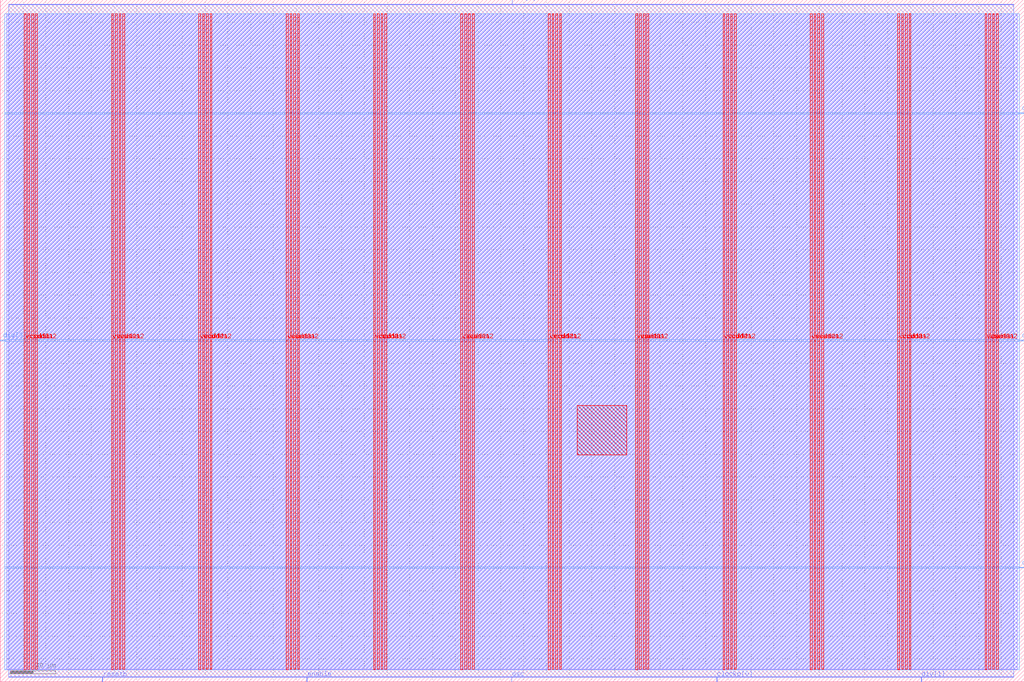
<source format=lef>
VERSION 5.7 ;
  NOWIREEXTENSIONATPIN ON ;
  DIVIDERCHAR "/" ;
  BUSBITCHARS "[]" ;
MACRO dpll
  CLASS BLOCK ;
  FOREIGN dpll ;
  ORIGIN 0.000 0.000 ;
  SIZE 900.000 BY 600.000 ;
  PIN clockp[0]
    DIRECTION OUTPUT TRISTATE ;
    USE SIGNAL ;
    PORT
      LAYER met2 ;
        RECT 629.830 0.000 630.110 4.000 ;
    END
  END clockp[0]
  PIN clockp[1]
    DIRECTION OUTPUT TRISTATE ;
    USE SIGNAL ;
    PORT
      LAYER met3 ;
        RECT 896.000 299.920 900.000 300.520 ;
    END
  END clockp[1]
  PIN div[0]
    DIRECTION INPUT ;
    USE SIGNAL ;
    PORT
      LAYER met3 ;
        RECT 896.000 100.000 900.000 100.600 ;
    END
  END div[0]
  PIN div[1]
    DIRECTION INPUT ;
    USE SIGNAL ;
    PORT
      LAYER met2 ;
        RECT 809.690 0.000 809.970 4.000 ;
    END
  END div[1]
  PIN div[2]
    DIRECTION INPUT ;
    USE SIGNAL ;
    PORT
      LAYER met3 ;
        RECT 896.000 499.840 900.000 500.440 ;
    END
  END div[2]
  PIN div[3]
    DIRECTION INPUT ;
    USE SIGNAL ;
    PORT
      LAYER met3 ;
        RECT 0.000 299.920 4.000 300.520 ;
    END
  END div[3]
  PIN div[4]
    DIRECTION INPUT ;
    USE SIGNAL ;
    PORT
      LAYER met2 ;
        RECT 449.970 596.000 450.250 600.000 ;
    END
  END div[4]
  PIN enable
    DIRECTION INPUT ;
    USE SIGNAL ;
    PORT
      LAYER met2 ;
        RECT 269.650 0.000 269.930 4.000 ;
    END
  END enable
  PIN osc
    DIRECTION INPUT ;
    USE SIGNAL ;
    PORT
      LAYER met2 ;
        RECT 449.510 0.000 449.790 4.000 ;
    END
  END osc
  PIN resetb
    DIRECTION INPUT ;
    USE SIGNAL ;
    PORT
      LAYER met2 ;
        RECT 89.790 0.000 90.070 4.000 ;
    END
  END resetb
  PIN vccd1
    DIRECTION INOUT ;
    USE POWER ;
    PORT
      LAYER met4 ;
        RECT 789.040 10.640 790.640 587.760 ;
    END
  END vccd1
  PIN vccd1
    DIRECTION INOUT ;
    USE POWER ;
    PORT
      LAYER met4 ;
        RECT 635.440 10.640 637.040 587.760 ;
    END
  END vccd1
  PIN vccd1
    DIRECTION INOUT ;
    USE POWER ;
    PORT
      LAYER met4 ;
        RECT 481.840 10.640 483.440 587.760 ;
    END
  END vccd1
  PIN vccd1
    DIRECTION INOUT ;
    USE POWER ;
    PORT
      LAYER met4 ;
        RECT 328.240 10.640 329.840 587.760 ;
    END
  END vccd1
  PIN vccd1
    DIRECTION INOUT ;
    USE POWER ;
    PORT
      LAYER met4 ;
        RECT 174.640 10.640 176.240 587.760 ;
    END
  END vccd1
  PIN vccd1
    DIRECTION INOUT ;
    USE POWER ;
    PORT
      LAYER met4 ;
        RECT 21.040 10.640 22.640 587.760 ;
    END
  END vccd1
  PIN vssd1
    DIRECTION INOUT ;
    USE GROUND ;
    PORT
      LAYER met4 ;
        RECT 865.840 10.640 867.440 587.760 ;
    END
  END vssd1
  PIN vssd1
    DIRECTION INOUT ;
    USE GROUND ;
    PORT
      LAYER met4 ;
        RECT 712.240 10.640 713.840 587.760 ;
    END
  END vssd1
  PIN vssd1
    DIRECTION INOUT ;
    USE GROUND ;
    PORT
      LAYER met4 ;
        RECT 558.640 10.640 560.240 587.760 ;
    END
  END vssd1
  PIN vssd1
    DIRECTION INOUT ;
    USE GROUND ;
    PORT
      LAYER met4 ;
        RECT 405.040 10.640 406.640 587.760 ;
    END
  END vssd1
  PIN vssd1
    DIRECTION INOUT ;
    USE GROUND ;
    PORT
      LAYER met4 ;
        RECT 251.440 10.640 253.040 587.760 ;
    END
  END vssd1
  PIN vssd1
    DIRECTION INOUT ;
    USE GROUND ;
    PORT
      LAYER met4 ;
        RECT 97.840 10.640 99.440 587.760 ;
    END
  END vssd1
  PIN vccd2
    DIRECTION INOUT ;
    USE POWER ;
    PORT
      LAYER met4 ;
        RECT 792.340 10.880 793.940 587.520 ;
    END
  END vccd2
  PIN vccd2
    DIRECTION INOUT ;
    USE POWER ;
    PORT
      LAYER met4 ;
        RECT 638.740 10.880 640.340 587.520 ;
    END
  END vccd2
  PIN vccd2
    DIRECTION INOUT ;
    USE POWER ;
    PORT
      LAYER met4 ;
        RECT 485.140 10.880 486.740 587.520 ;
    END
  END vccd2
  PIN vccd2
    DIRECTION INOUT ;
    USE POWER ;
    PORT
      LAYER met4 ;
        RECT 331.540 10.880 333.140 587.520 ;
    END
  END vccd2
  PIN vccd2
    DIRECTION INOUT ;
    USE POWER ;
    PORT
      LAYER met4 ;
        RECT 177.940 10.880 179.540 587.520 ;
    END
  END vccd2
  PIN vccd2
    DIRECTION INOUT ;
    USE POWER ;
    PORT
      LAYER met4 ;
        RECT 24.340 10.880 25.940 587.520 ;
    END
  END vccd2
  PIN vssd2
    DIRECTION INOUT ;
    USE GROUND ;
    PORT
      LAYER met4 ;
        RECT 869.140 10.880 870.740 587.520 ;
    END
  END vssd2
  PIN vssd2
    DIRECTION INOUT ;
    USE GROUND ;
    PORT
      LAYER met4 ;
        RECT 715.540 10.880 717.140 587.520 ;
    END
  END vssd2
  PIN vssd2
    DIRECTION INOUT ;
    USE GROUND ;
    PORT
      LAYER met4 ;
        RECT 561.940 10.880 563.540 587.520 ;
    END
  END vssd2
  PIN vssd2
    DIRECTION INOUT ;
    USE GROUND ;
    PORT
      LAYER met4 ;
        RECT 408.340 10.880 409.940 587.520 ;
    END
  END vssd2
  PIN vssd2
    DIRECTION INOUT ;
    USE GROUND ;
    PORT
      LAYER met4 ;
        RECT 254.740 10.880 256.340 587.520 ;
    END
  END vssd2
  PIN vssd2
    DIRECTION INOUT ;
    USE GROUND ;
    PORT
      LAYER met4 ;
        RECT 101.140 10.880 102.740 587.520 ;
    END
  END vssd2
  PIN vdda1
    DIRECTION INOUT ;
    USE POWER ;
    PORT
      LAYER met4 ;
        RECT 795.640 10.880 797.240 587.520 ;
    END
  END vdda1
  PIN vdda1
    DIRECTION INOUT ;
    USE POWER ;
    PORT
      LAYER met4 ;
        RECT 642.040 10.880 643.640 587.520 ;
    END
  END vdda1
  PIN vdda1
    DIRECTION INOUT ;
    USE POWER ;
    PORT
      LAYER met4 ;
        RECT 488.440 10.880 490.040 587.520 ;
    END
  END vdda1
  PIN vdda1
    DIRECTION INOUT ;
    USE POWER ;
    PORT
      LAYER met4 ;
        RECT 334.840 10.880 336.440 587.520 ;
    END
  END vdda1
  PIN vdda1
    DIRECTION INOUT ;
    USE POWER ;
    PORT
      LAYER met4 ;
        RECT 181.240 10.880 182.840 587.520 ;
    END
  END vdda1
  PIN vdda1
    DIRECTION INOUT ;
    USE POWER ;
    PORT
      LAYER met4 ;
        RECT 27.640 10.880 29.240 587.520 ;
    END
  END vdda1
  PIN vssa1
    DIRECTION INOUT ;
    USE GROUND ;
    PORT
      LAYER met4 ;
        RECT 872.440 10.880 874.040 587.520 ;
    END
  END vssa1
  PIN vssa1
    DIRECTION INOUT ;
    USE GROUND ;
    PORT
      LAYER met4 ;
        RECT 718.840 10.880 720.440 587.520 ;
    END
  END vssa1
  PIN vssa1
    DIRECTION INOUT ;
    USE GROUND ;
    PORT
      LAYER met4 ;
        RECT 565.240 10.880 566.840 587.520 ;
    END
  END vssa1
  PIN vssa1
    DIRECTION INOUT ;
    USE GROUND ;
    PORT
      LAYER met4 ;
        RECT 411.640 10.880 413.240 587.520 ;
    END
  END vssa1
  PIN vssa1
    DIRECTION INOUT ;
    USE GROUND ;
    PORT
      LAYER met4 ;
        RECT 258.040 10.880 259.640 587.520 ;
    END
  END vssa1
  PIN vssa1
    DIRECTION INOUT ;
    USE GROUND ;
    PORT
      LAYER met4 ;
        RECT 104.440 10.880 106.040 587.520 ;
    END
  END vssa1
  PIN vdda2
    DIRECTION INOUT ;
    USE POWER ;
    PORT
      LAYER met4 ;
        RECT 798.940 10.880 800.540 587.520 ;
    END
  END vdda2
  PIN vdda2
    DIRECTION INOUT ;
    USE POWER ;
    PORT
      LAYER met4 ;
        RECT 645.340 10.880 646.940 587.520 ;
    END
  END vdda2
  PIN vdda2
    DIRECTION INOUT ;
    USE POWER ;
    PORT
      LAYER met4 ;
        RECT 491.740 10.880 493.340 587.520 ;
    END
  END vdda2
  PIN vdda2
    DIRECTION INOUT ;
    USE POWER ;
    PORT
      LAYER met4 ;
        RECT 338.140 10.880 339.740 587.520 ;
    END
  END vdda2
  PIN vdda2
    DIRECTION INOUT ;
    USE POWER ;
    PORT
      LAYER met4 ;
        RECT 184.540 10.880 186.140 587.520 ;
    END
  END vdda2
  PIN vdda2
    DIRECTION INOUT ;
    USE POWER ;
    PORT
      LAYER met4 ;
        RECT 30.940 10.880 32.540 587.520 ;
    END
  END vdda2
  PIN vssa2
    DIRECTION INOUT ;
    USE GROUND ;
    PORT
      LAYER met4 ;
        RECT 875.740 10.880 877.340 587.520 ;
    END
  END vssa2
  PIN vssa2
    DIRECTION INOUT ;
    USE GROUND ;
    PORT
      LAYER met4 ;
        RECT 722.140 10.880 723.740 587.520 ;
    END
  END vssa2
  PIN vssa2
    DIRECTION INOUT ;
    USE GROUND ;
    PORT
      LAYER met4 ;
        RECT 568.540 10.880 570.140 587.520 ;
    END
  END vssa2
  PIN vssa2
    DIRECTION INOUT ;
    USE GROUND ;
    PORT
      LAYER met4 ;
        RECT 414.940 10.880 416.540 587.520 ;
    END
  END vssa2
  PIN vssa2
    DIRECTION INOUT ;
    USE GROUND ;
    PORT
      LAYER met4 ;
        RECT 261.340 10.880 262.940 587.520 ;
    END
  END vssa2
  PIN vssa2
    DIRECTION INOUT ;
    USE GROUND ;
    PORT
      LAYER met4 ;
        RECT 107.740 10.880 109.340 587.520 ;
    END
  END vssa2
  OBS
      LAYER li1 ;
        RECT 5.520 10.795 894.240 587.605 ;
      LAYER met1 ;
        RECT 5.520 10.640 894.240 587.760 ;
      LAYER met2 ;
        RECT 7.450 595.720 449.690 596.000 ;
        RECT 450.530 595.720 890.930 596.000 ;
        RECT 7.450 4.280 890.930 595.720 ;
        RECT 7.450 4.000 89.510 4.280 ;
        RECT 90.350 4.000 269.370 4.280 ;
        RECT 270.210 4.000 449.230 4.280 ;
        RECT 450.070 4.000 629.550 4.280 ;
        RECT 630.390 4.000 809.410 4.280 ;
        RECT 810.250 4.000 890.930 4.280 ;
      LAYER met3 ;
        RECT 4.000 500.840 896.000 587.685 ;
        RECT 4.000 499.440 895.600 500.840 ;
        RECT 4.000 300.920 896.000 499.440 ;
        RECT 4.400 299.520 895.600 300.920 ;
        RECT 4.000 101.000 896.000 299.520 ;
        RECT 4.000 99.600 895.600 101.000 ;
        RECT 4.000 10.715 896.000 99.600 ;
      LAYER met4 ;
        RECT 507.215 199.415 550.785 243.265 ;
  END
END dpll
END LIBRARY


</source>
